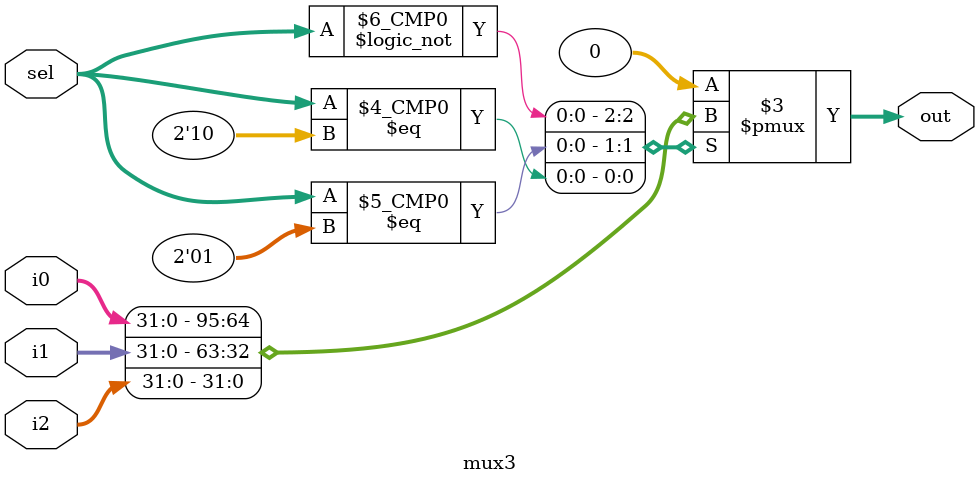
<source format=sv>
`timescale 1ns / 1ps


module mux3 #(parameter WIDTH = 32) (
    input  logic [WIDTH-1:0] i0, 
    input  logic [WIDTH-1:0] i1, 
    input  logic [WIDTH-1:0] i2, 
    input  logic [1:0]       sel, 
    output logic [WIDTH-1:0] out  
);

    always_comb begin
        case (sel)
            2'b00: out = i0; 
            2'b01: out = i1;
            2'b10: out = i2; 
            default: out = {WIDTH{1'b0}}; 
        endcase
    end

endmodule

/*
// paramaterized 2-to-1 MUX
module mux4 #(parameter WIDTH = 8)
             (input  logic[WIDTH-1:0] d0, d1, d2, d3,  
              input  logic[1:0] s, 
              output logic[WIDTH-1:0] y);
  
   assign y = s[1] ? (s[0] ? d3 : d2) : (s[0] ? d1 : d0); 
endmodule
*/

</source>
